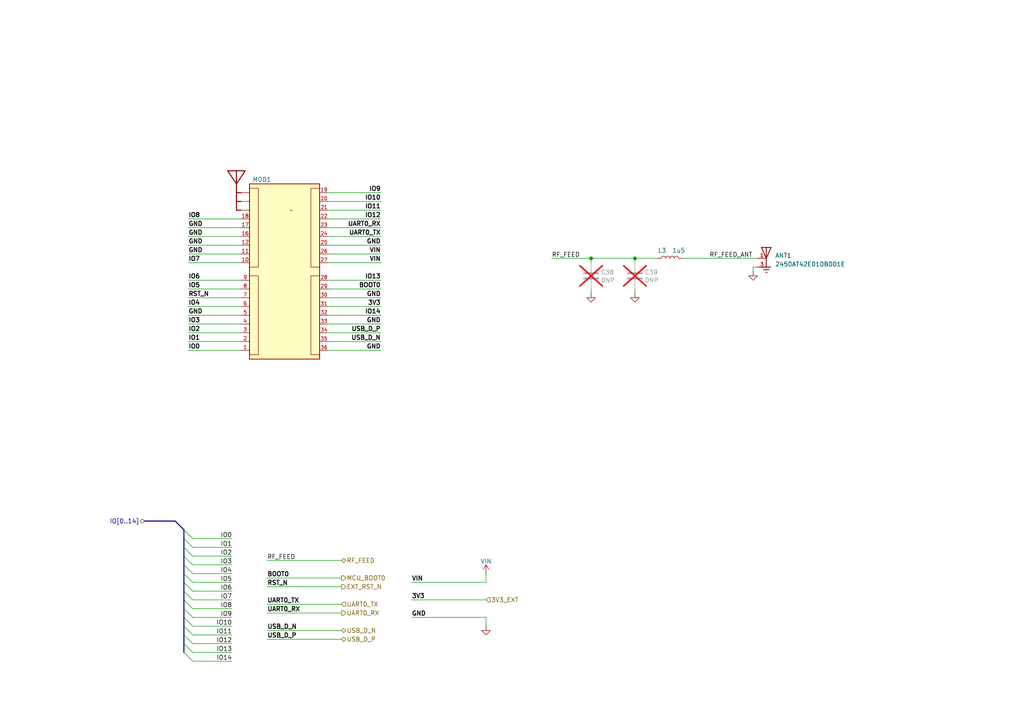
<source format=kicad_sch>
(kicad_sch (version 20250114) (generator "eeschema") (generator_version "9.0")
  (paper "A4")
  (lib_symbols
    (symbol "Device:C" (pin_numbers (hide yes)) (pin_names (offset 0.254))
      (property "Reference" "C" (at 0.635 2.54 0))
      (property "Value" "C" (at 0.635 -2.54 0))
      (symbol "C_0_1"
        (polyline (pts (xy -2.032 0.762) (xy 2.032 0.762)) (stroke (width 0.508)))
        (polyline (pts (xy -2.032 -0.762) (xy 2.032 -0.762)) (stroke (width 0.508)))
      )
      (symbol "C_1_1"
        (pin passive line (at 0 3.81 270) (length 2.794) (name "~") (number "1"))
        (pin passive line (at 0 -3.81 90) (length 2.794) (name "~") (number "2"))
      )
    )
    (symbol "Device:L" (pin_numbers (hide yes)) (pin_names (offset 1.016) (hide yes))
      (property "Reference" "L" (at -1.27 0 90))
      (property "Value" "L" (at 1.905 0 90))
      (symbol "L_0_1"
        (arc (start 0 2.54) (mid 0.6323 1.905) (end 0 1.27))
        (arc (start 0 1.27) (mid 0.6323 0.635) (end 0 0))
        (arc (start 0 0) (mid 0.6323 -0.635) (end 0 -1.27))
        (arc (start 0 -1.27) (mid 0.6323 -1.905) (end 0 -2.54))
      )
      (symbol "L_1_1"
        (pin passive line (at 0 3.81 270) (length 1.27) (name "1") (number "1"))
        (pin passive line (at 0 -3.81 90) (length 1.27) (name "2") (number "2"))
      )
    )
    (symbol "ModLib:+3V3" (power) (pin_numbers (hide yes)) (pin_names (offset 0) (hide yes))
      (property "Value" "+3V3" (at -0.508 3.556 0))
      (symbol "+3V3_0_1"
        (polyline (pts (xy -0.762 1.27) (xy 0 2.54)))
        (polyline (pts (xy 0 2.54) (xy 0.762 1.27)))
        (polyline (pts (xy 0 0) (xy 0 2.54)))
      )
      (symbol "+3V3_1_1"
        (pin power_in line (at 0 0 90) (length 0) (name "~") (number "1"))
      )
    )
    (symbol "ModLib:GND" (power) (pin_numbers (hide yes)) (pin_names (offset 0) (hide yes))
      (symbol "GND_0_1"
        (polyline (pts (xy 0 0) (xy 0 -1.27) (xy 1.27 -1.27) (xy 0 -2.54) (xy -1.27 -1.27) (xy 0 -1.27)))
      )
      (symbol "GND_1_1"
        (pin power_in line (at 0 0 270) (length 0) (name "~") (number "1"))
      )
    )
    (symbol "ModWorksSymbols:2450AT42E010B001E" (pin_names (offset 1.016))
      (property "Reference" "ANT" (at 2.0344 0.7629 0))
      (property "Value" "2450AT42E010B001E" (at 2.1628 -1.0178 0))
      (symbol "2450AT42E010B001E_0_0"
        (polyline (pts (xy -1.397 3.175) (xy 0 3.175)) (stroke (width 0.254)))
        (polyline (pts (xy -0.762 -3.302) (xy 0.762 -3.302)) (stroke (width 0.254)))
        (polyline (pts (xy -0.127 -4.064) (xy 0.254 -4.064)) (stroke (width 0.254)))
        (polyline (pts (xy 0 3.175) (xy 0 0)) (stroke (width 0.254)))
        (polyline (pts (xy 0 3.175) (xy 1.397 3.175)) (stroke (width 0.254)))
        (polyline (pts (xy 0 0) (xy -1.397 3.175)) (stroke (width 0.254)))
        (polyline (pts (xy 0 0) (xy 0 -2.54)) (stroke (width 0.254)))
        (polyline (pts (xy 0 -2.54) (xy -1.27 -2.54)) (stroke (width 0.254)))
        (polyline (pts (xy 0 -2.54) (xy 1.27 -2.54)) (stroke (width 0.254)))
        (polyline (pts (xy 1.397 3.175) (xy 0 0)) (stroke (width 0.254)))
        (pin passive line (at -2.54 0 0) (length 2.54) (name "~") (number "1"))
        (pin power_in line (at -2.54 -2.54 0) (length 2.54) (name "~") (number "3"))
        (pin power_in line (at -2.54 -2.54 0) (length 2.54) (hide yes) (name "~") (number "4"))
      )
      (symbol "2450AT42E010B001E_1_0"
        (pin no_connect line (at 2.54 -2.54 180) (length 2.54) (hide yes) (name "") (number "2"))
      )
    )
    (symbol "ModWorksSymbols:ADA-Core_Under-Pads"
      (property "Reference" "MOD" (at -7.874 16.256 0))
      (property "Value" "ADA-Core-SoM-v1" (at 1.524 -36.83 0))
      (symbol "ADA-Core_Under-Pads_0_1"
        (polyline (pts (xy -16.51 19.05) (xy -11.43 19.05)) (stroke (width 0.3)))
        (polyline (pts (xy -13.97 15.24) (xy -16.51 19.05)) (stroke (width 0.3)))
        (polyline (pts (xy -13.97 15.24) (xy -13.97 19.05)) (stroke (width 0.3)))
        (polyline (pts (xy -13.97 15.24) (xy -11.43 19.05)) (stroke (width 0.3)))
        (polyline (pts (xy -13.97 7.62) (xy -13.97 15.24)) (stroke (width 0.3)))
        (polyline (pts (xy -12.7 12.7) (xy -13.97 12.7)) (stroke (width 0.3)))
        (polyline (pts (xy -12.7 12.7) (xy -10.16 12.7)) (stroke (width 0.15)))
        (polyline (pts (xy -12.7 10.16) (xy -13.97 10.16)) (stroke (width 0.3)))
        (polyline (pts (xy -12.7 10.16) (xy -10.16 10.16)) (stroke (width 0.15)))
        (polyline (pts (xy -12.7 7.62) (xy -13.97 7.62)) (stroke (width 0.3)))
        (polyline (pts (xy -12.7 7.62) (xy -10.16 7.62)) (stroke (width 0.15)))
        (polyline (pts (xy -10.16 -8.89) (xy -7.62 -8.89) (xy -7.62 13.97) (xy -10.16 13.97)))
        (polyline (pts (xy -10.16 -34.29) (xy -7.62 -34.29) (xy -7.62 -11.43) (xy -10.16 -11.43)))
        (polyline (pts (xy 10.16 13.97) (xy 7.62 13.97) (xy 7.62 -8.89) (xy 10.16 -8.89)))
        (polyline (pts (xy 10.16 -11.43) (xy 7.62 -11.43) (xy 7.62 -34.29) (xy 10.16 -34.29)))
      )
      (symbol "ADA-Core_Under-Pads_1_1"
        (rectangle (start -10.16 15.24) (end 10.16 -35.56) (stroke (width 0.25)) (fill (type background)))
        (pin passive line (at -12.7 5.08 0) (length 2.54) (name "") (number "18"))
        (pin passive line (at -12.7 2.54 0) (length 2.54) (name "") (number "17"))
        (pin passive line (at -12.7 0 0) (length 2.54) (name "") (number "16"))
        (pin passive line (at -12.7 -2.54 0) (length 2.54) (name "") (number "12"))
        (pin passive line (at -12.7 -5.08 0) (length 2.54) (name "") (number "11"))
        (pin passive line (at -12.7 -7.62 0) (length 2.54) (name "") (number "10"))
        (pin passive line (at -12.7 -12.7 0) (length 2.54) (name "") (number "9"))
        (pin passive line (at -12.7 -15.24 0) (length 2.54) (name "") (number "8"))
        (pin passive line (at -12.7 -17.78 0) (length 2.54) (name "") (number "7"))
        (pin passive line (at -12.7 -20.32 0) (length 2.54) (name "") (number "6"))
        (pin passive line (at -12.7 -22.86 0) (length 2.54) (name "") (number "5"))
        (pin passive line (at -12.7 -25.4 0) (length 2.54) (name "") (number "4"))
        (pin passive line (at -12.7 -27.94 0) (length 2.54) (name "") (number "3"))
        (pin passive line (at -12.7 -30.48 0) (length 2.54) (name "") (number "2"))
        (pin passive line (at -12.7 -33.02 0) (length 2.54) (name "") (number "1"))
        (pin passive line (at 12.7 12.7 180) (length 2.54) (name "") (number "19"))
        (pin passive line (at 12.7 10.16 180) (length 2.54) (name "") (number "20"))
        (pin passive line (at 12.7 7.62 180) (length 2.54) (name "") (number "21"))
        (pin passive line (at 12.7 5.08 180) (length 2.54) (name "") (number "22"))
        (pin passive line (at 12.7 2.54 180) (length 2.54) (name "") (number "23"))
        (pin passive line (at 12.7 0 180) (length 2.54) (name "") (number "24"))
        (pin passive line (at 12.7 -2.54 180) (length 2.54) (name "") (number "25"))
        (pin passive line (at 12.7 -5.08 180) (length 2.54) (name "") (number "26"))
        (pin passive line (at 12.7 -7.62 180) (length 2.54) (name "") (number "27"))
        (pin passive line (at 12.7 -12.7 180) (length 2.54) (name "") (number "28"))
        (pin passive line (at 12.7 -15.24 180) (length 2.54) (name "") (number "29"))
        (pin passive line (at 12.7 -17.78 180) (length 2.54) (name "") (number "30"))
        (pin passive line (at 12.7 -20.32 180) (length 2.54) (name "") (number "31"))
        (pin passive line (at 12.7 -22.86 180) (length 2.54) (name "") (number "32"))
        (pin passive line (at 12.7 -25.4 180) (length 2.54) (name "") (number "33"))
        (pin passive line (at 12.7 -27.94 180) (length 2.54) (name "") (number "34"))
        (pin passive line (at 12.7 -30.48 180) (length 2.54) (name "") (number "35"))
        (pin passive line (at 12.7 -33.02 180) (length 2.54) (name "") (number "36"))
      )
    )
  )
  (junction (at 184.15 74.93))
  (junction (at 171.45 74.93))
  (bus_entry (at 53.34 168.91) (size 2.54 2.54))
  (bus_entry (at 53.34 163.83) (size 2.54 2.54))
  (bus_entry (at 53.34 166.37) (size 2.54 2.54))
  (bus_entry (at 53.34 158.75) (size 2.54 2.54))
  (bus_entry (at 53.34 179.07) (size 2.54 2.54))
  (bus_entry (at 53.34 171.45) (size 2.54 2.54))
  (bus_entry (at 53.34 173.99) (size 2.54 2.54))
  (bus_entry (at 53.34 161.29) (size 2.54 2.54))
  (bus_entry (at 53.34 184.15) (size 2.54 2.54))
  (bus_entry (at 53.34 153.67) (size 2.54 2.54))
  (bus_entry (at 53.34 181.61) (size 2.54 2.54))
  (bus_entry (at 53.34 176.53) (size 2.54 2.54))
  (bus_entry (at 53.34 189.23) (size 2.54 2.54))
  (bus_entry (at 53.34 156.21) (size 2.54 2.54))
  (bus_entry (at 53.34 186.69) (size 2.54 2.54))
  (bus (pts (xy 53.34 163.83) (xy 53.34 161.29)))
  (wire (pts (xy 110.49 96.52) (xy 95.25 96.52)))
  (wire (pts (xy 99.06 175.26) (xy 77.47 175.26)))
  (bus (pts (xy 53.34 186.69) (xy 53.34 184.15)))
  (wire (pts (xy 184.15 83.82) (xy 184.15 85.09)))
  (wire (pts (xy 95.25 76.2) (xy 110.49 76.2)))
  (wire (pts (xy 67.31 171.45) (xy 55.88 171.45)))
  (wire (pts (xy 67.31 156.21) (xy 55.88 156.21)))
  (wire (pts (xy 55.88 181.61) (xy 67.31 181.61)))
  (wire (pts (xy 67.31 168.91) (xy 55.88 168.91)))
  (wire (pts (xy 54.61 99.06) (xy 69.85 99.06)))
  (wire (pts (xy 54.61 73.66) (xy 69.85 73.66)))
  (wire (pts (xy 110.49 91.44) (xy 95.25 91.44)))
  (wire (pts (xy 55.88 166.37) (xy 67.31 166.37)))
  (wire (pts (xy 99.06 177.8) (xy 77.47 177.8)))
  (wire (pts (xy 67.31 163.83) (xy 55.88 163.83)))
  (wire (pts (xy 54.61 96.52) (xy 69.85 96.52)))
  (wire (pts (xy 110.49 99.06) (xy 95.25 99.06)))
  (wire (pts (xy 218.44 78.74) (xy 218.44 77.47)))
  (wire (pts (xy 99.06 185.42) (xy 77.47 185.42)))
  (wire (pts (xy 140.97 173.99) (xy 119.38 173.99)))
  (wire (pts (xy 110.49 68.58) (xy 95.25 68.58)))
  (wire (pts (xy 110.49 93.98) (xy 95.25 93.98)))
  (bus (pts (xy 53.34 168.91) (xy 53.34 166.37)))
  (wire (pts (xy 54.61 93.98) (xy 69.85 93.98)))
  (wire (pts (xy 67.31 161.29) (xy 55.88 161.29)))
  (wire (pts (xy 54.61 76.2) (xy 69.85 76.2)))
  (wire (pts (xy 54.61 83.82) (xy 69.85 83.82)))
  (wire (pts (xy 67.31 189.23) (xy 55.88 189.23)))
  (wire (pts (xy 110.49 66.04) (xy 95.25 66.04)))
  (bus (pts (xy 53.34 156.21) (xy 53.34 153.67)))
  (wire (pts (xy 55.88 173.99) (xy 67.31 173.99)))
  (wire (pts (xy 55.88 158.75) (xy 67.31 158.75)))
  (wire (pts (xy 110.49 71.12) (xy 95.25 71.12)))
  (wire (pts (xy 69.85 91.44) (xy 54.61 91.44)))
  (wire (pts (xy 110.49 86.36) (xy 95.25 86.36)))
  (bus (pts (xy 53.34 161.29) (xy 53.34 158.75)))
  (bus (pts (xy 53.34 166.37) (xy 53.34 163.83)))
  (wire (pts (xy 184.15 74.93) (xy 190.5 74.93)))
  (wire (pts (xy 77.47 162.56) (xy 99.06 162.56)))
  (wire (pts (xy 54.61 88.9) (xy 69.85 88.9)))
  (wire (pts (xy 119.38 168.91) (xy 140.97 168.91)))
  (bus (pts (xy 53.34 173.99) (xy 53.34 171.45)))
  (wire (pts (xy 54.61 81.28) (xy 69.85 81.28)))
  (wire (pts (xy 110.49 55.88) (xy 95.25 55.88)))
  (bus (pts (xy 53.34 181.61) (xy 53.34 179.07)))
  (wire (pts (xy 110.49 63.5) (xy 95.25 63.5)))
  (wire (pts (xy 67.31 191.77) (xy 55.88 191.77)))
  (wire (pts (xy 110.49 58.42) (xy 95.25 58.42)))
  (wire (pts (xy 218.44 77.47) (xy 219.71 77.47)))
  (wire (pts (xy 140.97 179.07) (xy 119.38 179.07)))
  (wire (pts (xy 67.31 176.53) (xy 55.88 176.53)))
  (wire (pts (xy 184.15 74.93) (xy 184.15 76.2)))
  (wire (pts (xy 171.45 74.93) (xy 171.45 76.2)))
  (bus (pts (xy 53.34 158.75) (xy 53.34 156.21)))
  (wire (pts (xy 67.31 186.69) (xy 55.88 186.69)))
  (wire (pts (xy 198.12 74.93) (xy 219.71 74.93)))
  (bus (pts (xy 41.91 151.13) (xy 50.8 151.13)))
  (bus (pts (xy 53.34 153.67) (xy 50.8 151.13)))
  (wire (pts (xy 99.06 167.64) (xy 77.47 167.64)))
  (wire (pts (xy 140.97 179.07) (xy 140.97 181.61)))
  (wire (pts (xy 110.49 88.9) (xy 95.25 88.9)))
  (wire (pts (xy 95.25 73.66) (xy 110.49 73.66)))
  (wire (pts (xy 110.49 60.96) (xy 95.25 60.96)))
  (wire (pts (xy 67.31 179.07) (xy 55.88 179.07)))
  (wire (pts (xy 99.06 170.18) (xy 77.47 170.18)))
  (wire (pts (xy 110.49 81.28) (xy 95.25 81.28)))
  (wire (pts (xy 171.45 83.82) (xy 171.45 85.09)))
  (wire (pts (xy 99.06 182.88) (xy 77.47 182.88)))
  (wire (pts (xy 54.61 101.6) (xy 69.85 101.6)))
  (wire (pts (xy 54.61 86.36) (xy 69.85 86.36)))
  (bus (pts (xy 53.34 176.53) (xy 53.34 173.99)))
  (wire (pts (xy 140.97 166.37) (xy 140.97 168.91)))
  (wire (pts (xy 54.61 63.5) (xy 69.85 63.5)))
  (bus (pts (xy 53.34 179.07) (xy 53.34 176.53)))
  (bus (pts (xy 53.34 184.15) (xy 53.34 181.61)))
  (wire (pts (xy 160.02 74.93) (xy 171.45 74.93)))
  (wire (pts (xy 54.61 66.04) (xy 69.85 66.04)))
  (bus (pts (xy 53.34 171.45) (xy 53.34 168.91)))
  (wire (pts (xy 67.31 184.15) (xy 55.88 184.15)))
  (wire (pts (xy 110.49 83.82) (xy 95.25 83.82)))
  (wire (pts (xy 171.45 74.93) (xy 184.15 74.93)))
  (wire (pts (xy 54.61 68.58) (xy 69.85 68.58)))
  (bus (pts (xy 53.34 189.23) (xy 53.34 186.69)))
  (wire (pts (xy 54.61 71.12) (xy 69.85 71.12)))
  (wire (pts (xy 95.25 101.6) (xy 110.49 101.6)))
  (label "IO4" (at 54.61 88.9 0) (effects (font (thickness 0.254) (bold yes))))
  (label "USB_D_N" (at 77.47 182.88 0) (effects (font (thickness 0.254) (bold yes))))
  (label "GND" (at 110.49 93.98 180) (effects (font (thickness 0.254) (bold yes))))
  (label "GND" (at 54.61 71.12 0) (effects (font (thickness 0.254) (bold yes))))
  (label "RF_FEED" (at 77.47 162.56 0))
  (label "RST_N" (at 77.47 170.18 0) (effects (font (thickness 0.254) (bold yes))))
  (label "GND" (at 54.61 68.58 0) (effects (font (thickness 0.254) (bold yes))))
  (label "IO6" (at 67.31 171.45 180))
  (label "3V3" (at 110.49 88.9 180) (effects (font (thickness 0.254) (bold yes))))
  (label "IO8" (at 54.61 63.5 0) (effects (font (thickness 0.254) (bold yes))))
  (label "IO12" (at 110.49 63.5 180) (effects (font (thickness 0.254) (bold yes))))
  (label "IO4" (at 67.31 166.37 180))
  (label "RF_FEED_ANT" (at 205.74 74.93 0))
  (label "USB_D_P" (at 77.47 185.42 0) (effects (font (thickness 0.254) (bold yes))))
  (label "IO9" (at 67.31 179.07 180))
  (label "IO13" (at 67.31 189.23 180))
  (label "IO5" (at 54.61 83.82 0) (effects (font (thickness 0.254) (bold yes))))
  (label "IO0" (at 67.31 156.21 180))
  (label "GND" (at 54.61 91.44 0) (effects (font (thickness 0.254) (bold yes))))
  (label "RST_N" (at 54.61 86.36 0) (effects (font (thickness 0.254) (bold yes))))
  (label "IO7" (at 67.31 173.99 180))
  (label "USB_D_P" (at 110.49 96.52 180) (effects (font (thickness 0.254) (bold yes))))
  (label "IO1" (at 54.61 99.06 0) (effects (font (thickness 0.254) (bold yes))))
  (label "IO10" (at 67.31 181.61 180))
  (label "IO2" (at 67.31 161.29 180))
  (label "3V3" (at 119.38 173.99 0) (effects (font (thickness 0.254) (bold yes))))
  (label "BOOT0" (at 110.49 83.82 180) (effects (font (thickness 0.254) (bold yes))))
  (label "IO9" (at 110.49 55.88 180) (effects (font (thickness 0.254) (bold yes))))
  (label "IO11" (at 110.49 60.96 180) (effects (font (thickness 0.254) (bold yes))))
  (label "IO11" (at 67.31 184.15 180))
  (label "BOOT0" (at 77.47 167.64 0) (effects (font (thickness 0.254) (bold yes))))
  (label "IO6" (at 54.61 81.28 0) (effects (font (thickness 0.254) (bold yes))))
  (label "UART0_TX" (at 110.49 68.58 180) (effects (font (thickness 0.254) (bold yes))))
  (label "VIN" (at 119.38 168.91 0) (effects (font (thickness 0.254) (bold yes))))
  (label "UART0_TX" (at 77.47 175.26 0) (effects (font (thickness 0.254) (bold yes))))
  (label "GND" (at 119.38 179.07 0) (effects (font (thickness 0.254) (bold yes))))
  (label "IO1" (at 67.31 158.75 180))
  (label "GND" (at 54.61 66.04 0) (effects (font (thickness 0.254) (bold yes))))
  (label "IO13" (at 110.49 81.28 180) (effects (font (thickness 0.254) (bold yes))))
  (label "GND" (at 110.49 71.12 180) (effects (font (thickness 0.254) (bold yes))))
  (label "IO12" (at 67.31 186.69 180))
  (label "UART0_RX" (at 77.47 177.8 0) (effects (font (thickness 0.254) (bold yes))))
  (label "VIN" (at 110.49 73.66 180) (effects (font (thickness 0.254) (bold yes))))
  (label "IO14" (at 67.31 191.77 180))
  (label "IO2" (at 54.61 96.52 0) (effects (font (thickness 0.254) (bold yes))))
  (label "IO10" (at 110.49 58.42 180) (effects (font (thickness 0.254) (bold yes))))
  (label "IO0" (at 54.61 101.6 0) (effects (font (thickness 0.254) (bold yes))))
  (label "IO3" (at 54.61 93.98 0) (effects (font (thickness 0.254) (bold yes))))
  (label "GND" (at 110.49 101.6 180) (effects (font (thickness 0.254) (bold yes))))
  (label "IO7" (at 54.61 76.2 0) (effects (font (thickness 0.254) (bold yes))))
  (label "IO8" (at 67.31 176.53 180))
  (label "IO5" (at 67.31 168.91 180))
  (label "GND" (at 54.61 73.66 0) (effects (font (thickness 0.254) (bold yes))))
  (label "USB_D_N" (at 110.49 99.06 180) (effects (font (thickness 0.254) (bold yes))))
  (label "RF_FEED" (at 160.02 74.93 0))
  (label "IO14" (at 110.49 91.44 180) (effects (font (thickness 0.254) (bold yes))))
  (label "UART0_RX" (at 110.49 66.04 180) (effects (font (thickness 0.254) (bold yes))))
  (label "VIN" (at 110.49 76.2 180) (effects (font (thickness 0.254) (bold yes))))
  (label "IO3" (at 67.31 163.83 180))
  (label "GND" (at 110.49 86.36 180) (effects (font (thickness 0.254) (bold yes))))
  (hierarchical_label "MCU_BOOT0" (shape output) (at 99.06 167.64 0))
  (hierarchical_label "3V3_EXT" (shape input) (at 140.97 173.99 0))
  (hierarchical_label "IO[0..14]" (shape bidirectional) (at 41.91 151.13 180))
  (hierarchical_label "RF_FEED" (shape bidirectional) (at 99.06 162.56 0))
  (hierarchical_label "USB_D_N" (shape bidirectional) (at 99.06 182.88 0))
  (hierarchical_label "USB_D_P" (shape bidirectional) (at 99.06 185.42 0))
  (hierarchical_label "UART0_TX" (shape input) (at 99.06 175.26 0))
  (hierarchical_label "EXT_RST_N" (shape output) (at 99.06 170.18 0))
  (hierarchical_label "UART0_RX" (shape output) (at 99.06 177.8 0))
  (symbol (lib_id "ModWorksSymbols:ADA-Core_Under-Pads") (at 82.55 68.58 0) (unit 1) (in_bom no)
    (property "Reference" "MOD1" (at 75.946 52.07 0))
    (property "Value" "~" (at 84.455 60.96 0))
    (property "Footprint" "ModWorksFootprints:ADA_Core_Underside_Pads" (effects (hide yes)))
  )
  (symbol (lib_id "Device:L") (at 194.31 74.93 90) (unit 1)
    (property "Reference" "L3" (at 192.024 72.644 90))
    (property "Value" "1u5" (at 196.85 72.644 90))
    (property "Footprint" "ModWorksFootprints:L_0402_1005Metric_MW" (effects (hide yes)))
    (property "Description" "Inductor" (effects (hide yes)))
  )
  (symbol (lib_id "ModLib:GND") (at 184.15 85.09 0) (unit 1)
    (property "Reference" "#PWR092" (effects (hide yes)))
    (property "Value" "GND" (effects (hide yes)))
    (property "Description" "Power symbol creates a global label with name \"GND\" , ground" (effects (hide yes)))
  )
  (symbol (lib_id "Device:C") (at 184.15 80.01 0) (unit 1) (in_bom no) (on_board no) (dnp yes)
    (property "Reference" "C39" (at 186.944 78.994 0) (effects (justify left)))
    (property "Value" "DNP" (at 186.944 81.28 0) (effects (justify left)))
    (property "Footprint" "ModWorksFootprints:C_0402_1005Metric_MW" (effects (hide yes)))
    (property "Description" "Unpolarized capacitor" (effects (hide yes)))
  )
  (symbol (lib_id "Device:C") (at 171.45 80.01 0) (unit 1) (in_bom no) (on_board no) (dnp yes)
    (property "Reference" "C38" (at 174.244 78.994 0) (effects (justify left)))
    (property "Value" "DNP" (at 174.244 81.28 0) (effects (justify left)))
    (property "Footprint" "ModWorksFootprints:C_0402_1005Metric_MW" (effects (hide yes)))
    (property "Description" "Unpolarized capacitor" (effects (hide yes)))
  )
  (symbol (lib_id "ModLib:+3V3") (at 140.97 166.37 0) (unit 1)
    (property "Reference" "#PWR089" (effects (hide yes)))
    (property "Value" "VIN" (at 140.97 162.814 0))
    (property "Description" "Power symbol creates a global label with name \"+3V3\"" (effects (hide yes)))
  )
  (symbol (lib_id "ModLib:GND") (at 171.45 85.09 0) (unit 1)
    (property "Reference" "#PWR091" (effects (hide yes)))
    (property "Value" "GND" (effects (hide yes)))
    (property "Description" "Power symbol creates a global label with name \"GND\" , ground" (effects (hide yes)))
  )
  (symbol (lib_id "ModWorksSymbols:2450AT42E010B001E") (at 222.25 74.93 0) (unit 1)
    (property "Reference" "ANT1" (at 224.79 74.1044 0) (effects (justify left)))
    (property "Value" "2450AT42E010B001E" (at 224.79 76.6444 0) (effects (justify left)))
    (property "Footprint" "ModWorksFootprints:2450AT42E010B001E" (effects (hide yes)))
    (property "Datasheet" "https://www.johansontechnology.com/datasheets/2450AT42E010B/2450AT42E010B.pdf" (effects (hide yes)))
    (property "Description" "RF ANTENNA Bluetooth, WLAN, Zigbee™ Chip Solder Surface Mount" (effects (hide yes)))
    (property "PARTREV" "1.3" (effects (hide yes)))
    (property "MANUFACTURER" "Johanson Technology" (effects (hide yes)))
    (property "MAXIMUM_PACKAGE_HEIGHT" "1.7 mm" (effects (hide yes)))
    (property "STANDARD" "Manufacturer Recommendation" (effects (hide yes)))
  )
  (symbol (lib_id "ModLib:GND") (at 140.97 181.61 0) (unit 1)
    (property "Reference" "#PWR090" (effects (hide yes)))
    (property "Value" "GND" (effects (hide yes)))
    (property "Description" "Power symbol creates a global label with name \"GND\" , ground" (effects (hide yes)))
  )
  (symbol (lib_id "ModLib:GND") (at 218.44 78.74 0) (unit 1)
    (property "Reference" "#PWR093" (effects (hide yes)))
    (property "Value" "GND" (effects (hide yes)))
    (property "Description" "Power symbol creates a global label with name \"GND\" , ground" (effects (hide yes)))
  )
)
</source>
